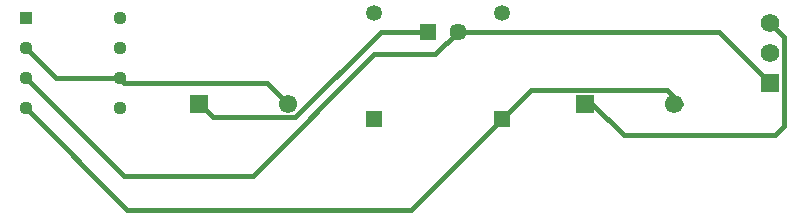
<source format=gbl>
G04*
G04 #@! TF.GenerationSoftware,Altium Limited,Altium Designer,21.0.3 (12)*
G04*
G04 Layer_Physical_Order=2*
G04 Layer_Color=16711680*
%FSLAX43Y43*%
%MOMM*%
G71*
G04*
G04 #@! TF.SameCoordinates,4E316A9E-77FC-4309-9E54-DBFB9EC2A46A*
G04*
G04*
G04 #@! TF.FilePolarity,Positive*
G04*
G01*
G75*
%ADD15C,1.550*%
%ADD16R,1.550X1.550*%
%ADD21C,1.570*%
%ADD22R,1.570X1.570*%
%ADD23C,1.450*%
%ADD24R,1.450X1.450*%
%ADD25C,0.381*%
%ADD26R,1.130X1.130*%
%ADD27C,1.130*%
%ADD28R,1.350X1.350*%
%ADD29C,1.350*%
D15*
X59503Y11557D02*
D03*
X26864Y11612D02*
D03*
D16*
X52003Y11557D02*
D03*
X19364Y11612D02*
D03*
D21*
X67691Y18470D02*
D03*
Y15930D02*
D03*
D22*
Y13390D02*
D03*
D23*
X41275Y17708D02*
D03*
D24*
X38735D02*
D03*
D25*
X67691Y18470D02*
X68885Y17276D01*
Y9754D02*
Y17276D01*
X68072Y8941D02*
X68885Y9754D01*
X55309Y8941D02*
X68072D01*
X52638Y11612D02*
X55309Y8941D01*
X34701Y17708D02*
X38735D01*
X27432Y10439D02*
X34701Y17708D01*
X20537Y10439D02*
X27432D01*
X19364Y11612D02*
X20537Y10439D01*
X58948Y12802D02*
X60138Y11612D01*
X47473Y12802D02*
X58948D01*
X44958Y10287D02*
X47473Y12802D01*
X12606Y13771D02*
X13012Y13365D01*
X25111D01*
X26864Y11612D01*
X7206Y13771D02*
X12606D01*
X4666Y16311D02*
X7206Y13771D01*
X4666D02*
X12951Y5486D01*
X23876D01*
X34163Y15773D01*
X39340D01*
X41275Y17708D01*
X63373D02*
X67691Y13390D01*
X41275Y17708D02*
X63373D01*
X4666Y11231D02*
X13255Y2642D01*
X37313D01*
X44958Y10287D01*
D26*
X4666Y18851D02*
D03*
D27*
Y16311D02*
D03*
Y13771D02*
D03*
Y11231D02*
D03*
X12606D02*
D03*
Y13771D02*
D03*
Y16311D02*
D03*
Y18851D02*
D03*
D28*
X34163Y10287D02*
D03*
X44958D02*
D03*
D29*
X34163Y19287D02*
D03*
X44958D02*
D03*
M02*

</source>
